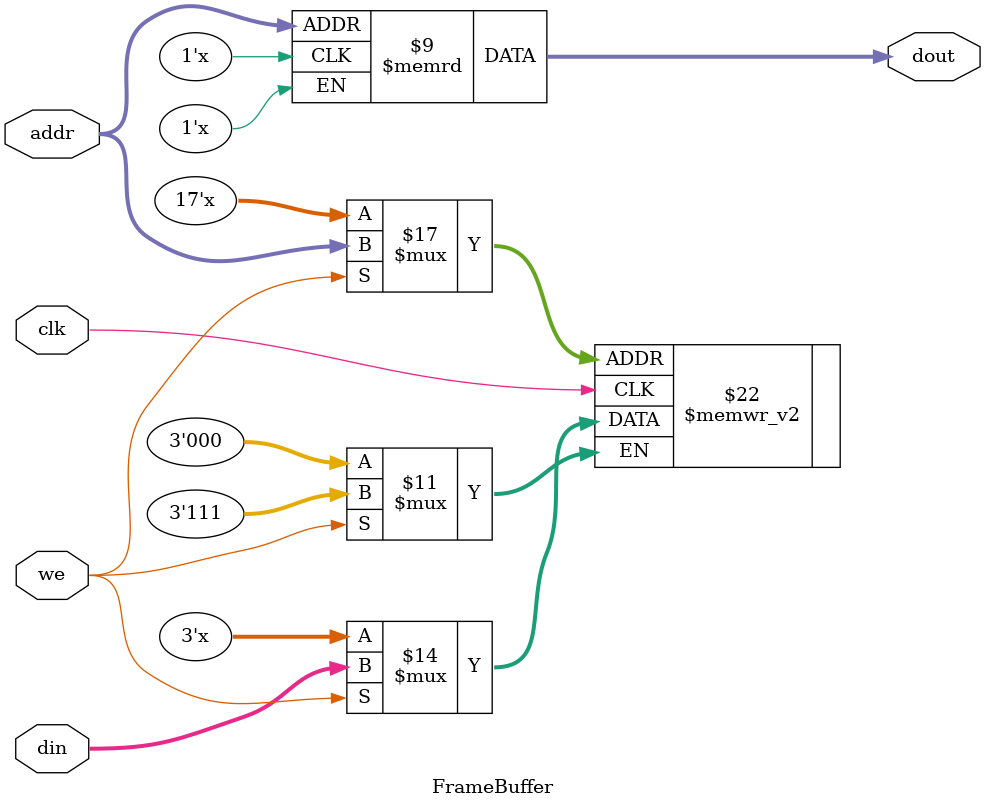
<source format=sv>
`timescale 1ns / 1ps
module FrameBuffer #(
    parameter ADDR_WIDTH = 17, // Enough for 307200 pixels, one address per pixel
    parameter DATA_WIDTH = 3   // Storing 3 bits per pixel
)(
    input logic clk,
    input logic we,             // Write enable
    input logic [ADDR_WIDTH-1:0] addr,
    input logic [DATA_WIDTH-1:0] din, // Data in
    output logic [DATA_WIDTH-1:0] dout // Data out
);
    // Define the memory array
    logic [DATA_WIDTH-1:0] mem [(1 << ADDR_WIDTH)-1:0];

    // Write operation
    always_ff @(posedge clk) begin
        if (we) begin
            mem[addr] <= din;
        end
    end

    // Read operation
    assign dout = mem[addr];
endmodule

</source>
